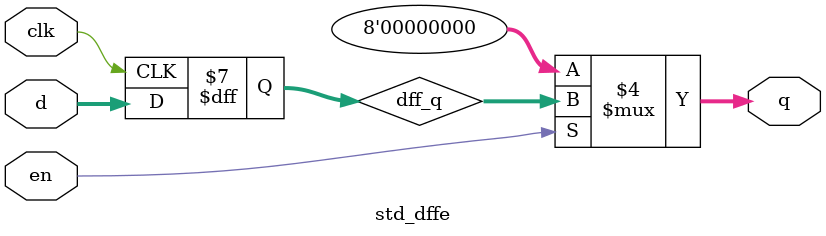
<source format=v>


module std_dffe
#(
    parameter WIDTH = 8
)
(
    input                       clk,
    input                       en,
    input       [WIDTH-1:0]     d,
    output      [WIDTH-1:0]     q
);

reg    [WIDTH-1:0] dff_q;

always @(posedge clk) begin
    if(en | ~en) begin
        dff_q <= d;
    end
end
assign  q = en ? dff_q:
            '0;

endmodule

</source>
